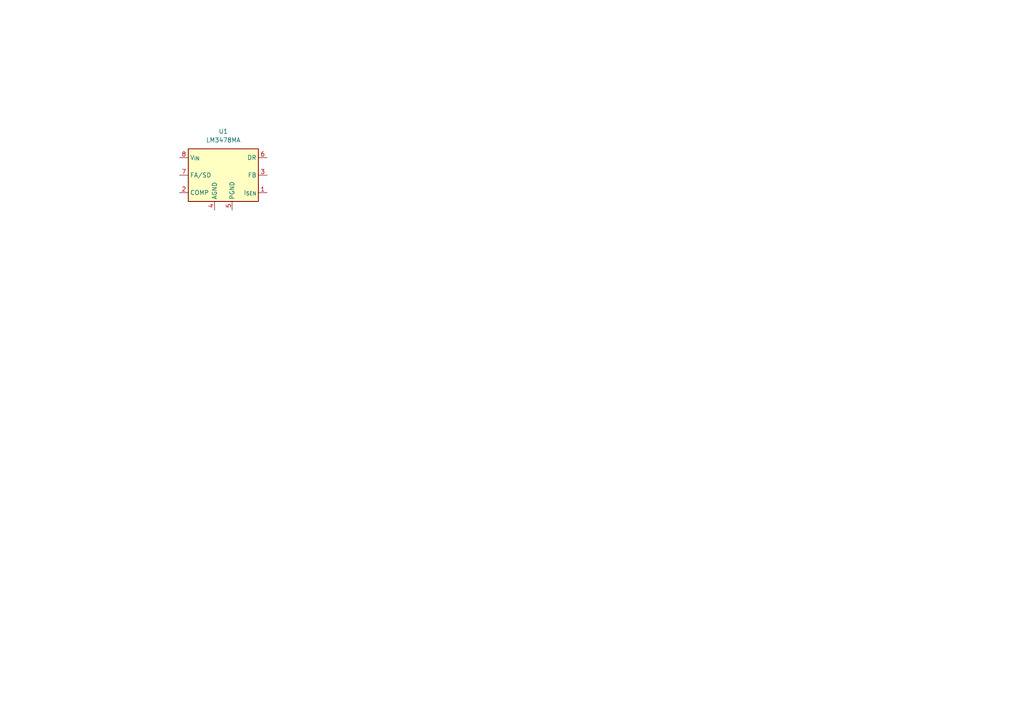
<source format=kicad_sch>
(kicad_sch (version 20250114) (generator "eeschema") (generator_version "9.0")
  (paper "A4")
  (lib_symbols
    (symbol "Regulator_Controller:LM3478MA"
      (property "Reference" "U" (at -9.525 8.89 0))
      (property "Value" "LM3478MA" (at 5.08 8.89 0))
      (symbol "LM3478MA_0_1"
        (rectangle (start -10.16 7.62) (end 10.16 -7.62) (stroke (width 0.254)) (fill (type background)))
      )
      (symbol "LM3478MA_1_1"
        (pin power_in line (at -12.7 5.08 0) (length 2.54) (name "V_{IN}") (number "8"))
        (pin input line (at -12.7 0 0) (length 2.54) (name "FA/SD") (number "7"))
        (pin input line (at -12.7 -5.08 0) (length 2.54) (name "COMP") (number "2"))
        (pin power_in line (at -2.54 -10.16 90) (length 2.54) (name "AGND") (number "4"))
        (pin power_in line (at 2.54 -10.16 90) (length 2.54) (name "PGND") (number "5"))
        (pin output line (at 12.7 5.08 180) (length 2.54) (name "DR") (number "6"))
        (pin input line (at 12.7 0 180) (length 2.54) (name "FB") (number "3"))
        (pin input line (at 12.7 -5.08 180) (length 2.54) (name "I_{SEN}") (number "1"))
      )
    )
  )
  (symbol (lib_id "Regulator_Controller:LM3478MA") (at 64.77 50.8 0) (unit 1)
    (property "Reference" "U1" (at 64.77 38.1 0))
    (property "Value" "LM3478MA" (at 64.77 40.64 0))
    (property "Footprint" "Package_SO:SOIC-8_3.9x4.9mm_P1.27mm" (effects (hide yes)))
    (property "Datasheet" "https://www.ti.com/lit/gpn/lm3478" (effects (hide yes)))
    (property "Description" "2.97~40V Wide Input Range Boost/SEPIC/Flyback DC-DC Controller, SOIC-8" (effects (hide yes)))
  )
)
</source>
